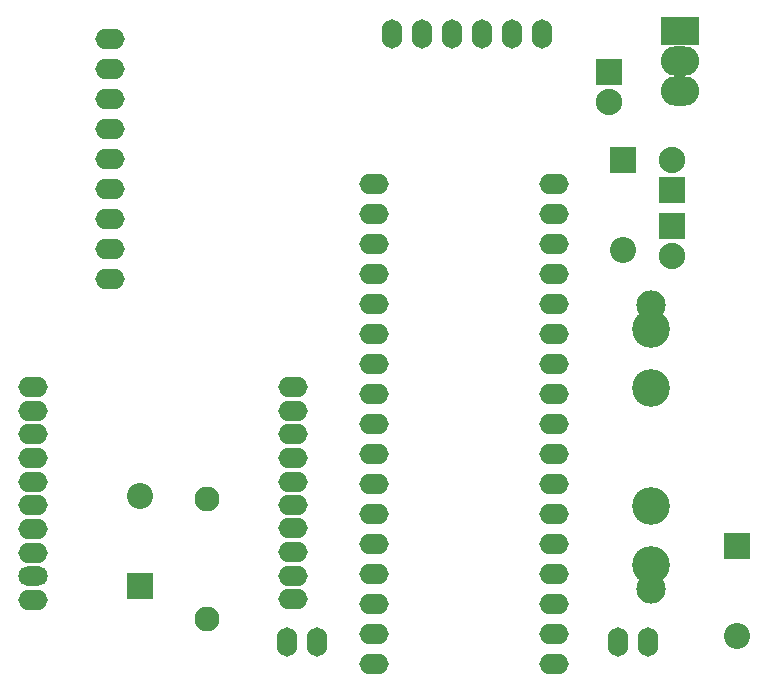
<source format=gbs>
G04 Layer_Color=16711935*
%FSAX25Y25*%
%MOIN*%
G70*
G01*
G75*
%ADD25O,0.09800X0.06800*%
%ADD26O,0.06800X0.09800*%
%ADD27R,0.12800X0.09800*%
%ADD28O,0.12800X0.09800*%
%ADD29C,0.08674*%
%ADD30R,0.08674X0.08674*%
%ADD31C,0.09800*%
%ADD32C,0.12611*%
%ADD33C,0.08300*%
%ADD34R,0.08800X0.08800*%
%ADD35C,0.08800*%
G04:AMPARAMS|DCode=36|XSize=68mil|YSize=98mil|CornerRadius=0mil|HoleSize=0mil|Usage=FLASHONLY|Rotation=91.000|XOffset=0mil|YOffset=0mil|HoleType=Round|Shape=Round|*
%AMOVALD36*
21,1,0.03000,0.06800,0.00000,0.00000,181.0*
1,1,0.06800,0.01500,0.00026*
1,1,0.06800,-0.01500,-0.00026*
%
%ADD36OVALD36*%

D25*
X0165000Y0283500D02*
D03*
Y0293500D02*
D03*
Y0303500D02*
D03*
Y0313500D02*
D03*
Y0323500D02*
D03*
Y0333500D02*
D03*
Y0343500D02*
D03*
Y0353500D02*
D03*
Y0363500D02*
D03*
X0313000Y0315000D02*
D03*
Y0305000D02*
D03*
Y0295000D02*
D03*
Y0285000D02*
D03*
Y0275000D02*
D03*
Y0265000D02*
D03*
Y0255000D02*
D03*
Y0245000D02*
D03*
Y0235000D02*
D03*
Y0225000D02*
D03*
Y0215000D02*
D03*
Y0205000D02*
D03*
Y0195000D02*
D03*
Y0185000D02*
D03*
Y0175000D02*
D03*
Y0165000D02*
D03*
Y0155000D02*
D03*
X0253000Y0315000D02*
D03*
Y0305000D02*
D03*
Y0295000D02*
D03*
Y0285000D02*
D03*
Y0275000D02*
D03*
Y0265000D02*
D03*
Y0255000D02*
D03*
Y0245000D02*
D03*
Y0235000D02*
D03*
Y0225000D02*
D03*
Y0215000D02*
D03*
Y0205000D02*
D03*
Y0195000D02*
D03*
Y0185000D02*
D03*
Y0175000D02*
D03*
Y0165000D02*
D03*
Y0155000D02*
D03*
X0226000Y0247500D02*
D03*
Y0239600D02*
D03*
Y0231700D02*
D03*
Y0223800D02*
D03*
Y0215900D02*
D03*
Y0208000D02*
D03*
Y0200400D02*
D03*
Y0192500D02*
D03*
Y0184600D02*
D03*
Y0176700D02*
D03*
X0139400Y0247500D02*
D03*
Y0239600D02*
D03*
Y0231700D02*
D03*
Y0223800D02*
D03*
Y0215900D02*
D03*
Y0208000D02*
D03*
Y0200100D02*
D03*
Y0192200D02*
D03*
Y0176400D02*
D03*
D26*
X0334500Y0162500D02*
D03*
X0344500D02*
D03*
X0224000D02*
D03*
X0234000D02*
D03*
X0259000Y0365000D02*
D03*
X0269000D02*
D03*
X0279000D02*
D03*
X0289000D02*
D03*
X0299000D02*
D03*
X0309000D02*
D03*
D27*
X0355000Y0366000D02*
D03*
D28*
Y0356000D02*
D03*
Y0346000D02*
D03*
D29*
X0374000Y0164500D02*
D03*
X0175000Y0211000D02*
D03*
X0336000Y0293000D02*
D03*
D30*
X0374000Y0194500D02*
D03*
X0175000Y0181000D02*
D03*
X0336000Y0323000D02*
D03*
D31*
X0345500Y0180256D02*
D03*
Y0274744D02*
D03*
D32*
Y0266870D02*
D03*
Y0247185D02*
D03*
Y0207815D02*
D03*
Y0188130D02*
D03*
D33*
X0197500Y0170000D02*
D03*
Y0210000D02*
D03*
D34*
X0331500Y0352511D02*
D03*
X0352500Y0312989D02*
D03*
Y0301011D02*
D03*
D35*
X0331500Y0342489D02*
D03*
X0352500Y0323011D02*
D03*
Y0290989D02*
D03*
D36*
X0139400Y0184300D02*
D03*
M02*

</source>
